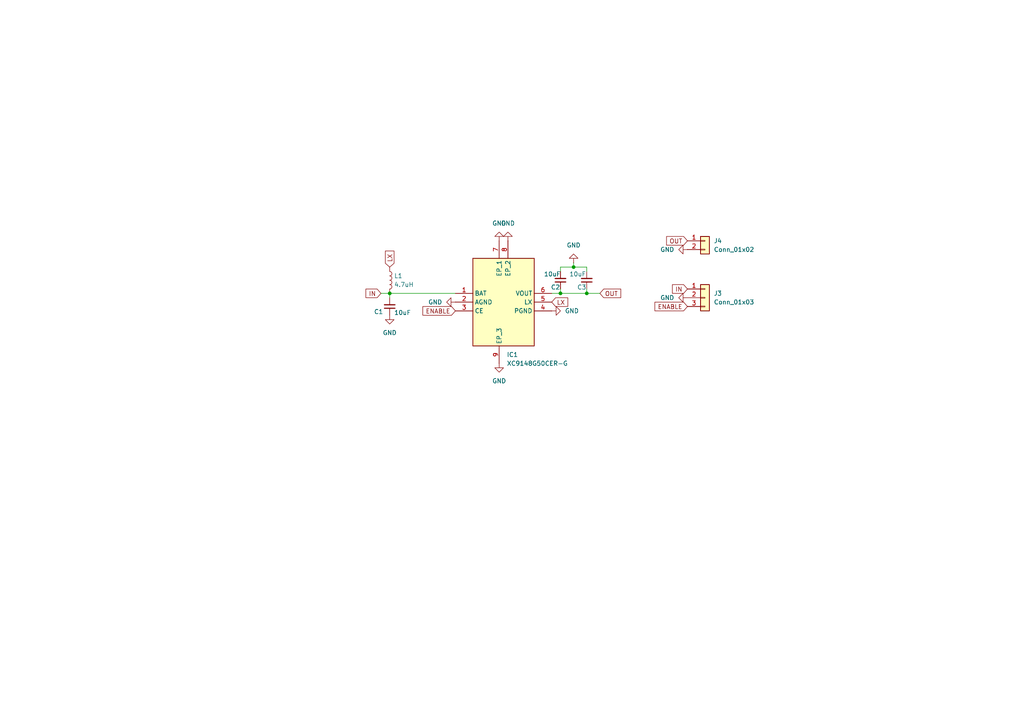
<source format=kicad_sch>
(kicad_sch (version 20231120) (generator "eeschema") (generator_version "8.0")
  (paper "A4")
  (lib_symbols
    (symbol "Connector_Generic:Conn_01x02" (pin_names (offset 1.016) hide)
      (property "Reference" "J" (at 0 2.54 0))
      (property "Value" "Conn_01x02" (at 0 -5.08 0))
      (symbol "Conn_01x02_1_1"
        (rectangle (start -1.27 -2.413) (end 0 -2.667) (stroke (width 0.1524)))
        (rectangle (start -1.27 0.127) (end 0 -0.127) (stroke (width 0.1524)))
        (rectangle (start -1.27 1.27) (end 1.27 -3.81) (stroke (width 0.254)) (fill (type background)))
        (pin passive line (at -5.08 0 0) (length 3.81) (name "Pin_1") (number "1"))
        (pin passive line (at -5.08 -2.54 0) (length 3.81) (name "Pin_2") (number "2"))
      )
    )
    (symbol "Connector_Generic:Conn_01x03" (pin_names (offset 1.016) hide)
      (property "Reference" "J" (at 0 5.08 0))
      (property "Value" "Conn_01x03" (at 0 -5.08 0))
      (symbol "Conn_01x03_1_1"
        (rectangle (start -1.27 -2.413) (end 0 -2.667) (stroke (width 0.1524)))
        (rectangle (start -1.27 0.127) (end 0 -0.127) (stroke (width 0.1524)))
        (rectangle (start -1.27 2.667) (end 0 2.413) (stroke (width 0.1524)))
        (rectangle (start -1.27 3.81) (end 1.27 -3.81) (stroke (width 0.254)) (fill (type background)))
        (pin passive line (at -5.08 2.54 0) (length 3.81) (name "Pin_1") (number "1"))
        (pin passive line (at -5.08 0 0) (length 3.81) (name "Pin_2") (number "2"))
        (pin passive line (at -5.08 -2.54 0) (length 3.81) (name "Pin_3") (number "3"))
      )
    )
    (symbol "Device:C_Small" (pin_numbers hide) (pin_names (offset 0.254) hide)
      (property "Reference" "C" (at 0.254 1.778 0))
      (property "Value" "C_Small" (at 0.254 -2.032 0))
      (symbol "C_Small_0_1"
        (polyline (pts (xy -1.524 -0.508) (xy 1.524 -0.508)) (stroke (width 0.3302)))
        (polyline (pts (xy -1.524 0.508) (xy 1.524 0.508)) (stroke (width 0.3048)))
      )
      (symbol "C_Small_1_1"
        (pin passive line (at 0 2.54 270) (length 2.032) (name "~") (number "1"))
        (pin passive line (at 0 -2.54 90) (length 2.032) (name "~") (number "2"))
      )
    )
    (symbol "Device:L" (pin_numbers hide) (pin_names (offset 1.016) hide)
      (property "Reference" "L" (at -1.27 0 90))
      (property "Value" "L" (at 1.905 0 90))
      (symbol "L_0_1"
        (arc (start 0 -2.54) (mid 0.6323 -1.905) (end 0 -1.27))
        (arc (start 0 -1.27) (mid 0.6323 -0.635) (end 0 0))
        (arc (start 0 0) (mid 0.6323 0.635) (end 0 1.27))
        (arc (start 0 1.27) (mid 0.6323 1.905) (end 0 2.54))
      )
      (symbol "L_1_1"
        (pin passive line (at 0 3.81 270) (length 1.27) (name "1") (number "1"))
        (pin passive line (at 0 -3.81 90) (length 1.27) (name "2") (number "2"))
      )
    )
    (symbol "XC9148G50CER-G:XC9148G50CER-G"
      (property "Reference" "IC" (at 24.13 15.24 0))
      (property "Value" "XC9148G50CER-G" (at 24.13 12.7 0))
      (symbol "XC9148G50CER-G_1_1"
        (rectangle (start 5.08 10.16) (end 22.86 -15.24) (stroke (width 0.254)) (fill (type background)))
        (pin passive line (at 0 0 0) (length 5.08) (name "BAT") (number "1"))
        (pin passive line (at 0 -2.54 0) (length 5.08) (name "AGND") (number "2"))
        (pin passive line (at 0 -5.08 0) (length 5.08) (name "CE") (number "3"))
        (pin passive line (at 27.94 -5.08 180) (length 5.08) (name "PGND") (number "4"))
        (pin passive line (at 27.94 -2.54 180) (length 5.08) (name "LX") (number "5"))
        (pin passive line (at 27.94 0 180) (length 5.08) (name "VOUT") (number "6"))
        (pin passive line (at 12.7 15.24 270) (length 5.08) (name "EP_1") (number "7"))
        (pin passive line (at 15.24 15.24 270) (length 5.08) (name "EP_2") (number "8"))
        (pin passive line (at 12.7 -20.32 90) (length 5.08) (name "EP_3") (number "9"))
      )
    )
    (symbol "power:GND" (power) (pin_numbers hide) (pin_names (offset 0) hide)
      (property "Value" "GND" (at 0 -3.81 0))
      (symbol "GND_0_1"
        (polyline (pts (xy 0 0) (xy 0 -1.27) (xy 1.27 -1.27) (xy 0 -2.54) (xy -1.27 -1.27) (xy 0 -1.27)))
      )
      (symbol "GND_1_1"
        (pin power_in line (at 0 0 270) (length 0) (name "~") (number "1"))
      )
    )
  )
  (junction (at 162.56 85.09))
  (junction (at 166.37 77.47))
  (junction (at 170.18 85.09))
  (junction (at 113.03 85.09))
  (wire (pts (xy 162.56 85.09) (xy 170.18 85.09)))
  (wire (pts (xy 113.03 85.09) (xy 132.08 85.09)))
  (wire (pts (xy 166.37 76.2) (xy 166.37 77.47)))
  (wire (pts (xy 110.49 85.09) (xy 113.03 85.09)))
  (wire (pts (xy 162.56 83.82) (xy 162.56 85.09)))
  (wire (pts (xy 170.18 83.82) (xy 170.18 85.09)))
  (wire (pts (xy 113.03 85.09) (xy 113.03 86.36)))
  (wire (pts (xy 162.56 85.09) (xy 160.02 85.09)))
  (wire (pts (xy 162.56 77.47) (xy 162.56 78.74)))
  (wire (pts (xy 162.56 77.47) (xy 166.37 77.47)))
  (wire (pts (xy 170.18 77.47) (xy 170.18 78.74)))
  (wire (pts (xy 173.99 85.09) (xy 170.18 85.09)))
  (wire (pts (xy 166.37 77.47) (xy 170.18 77.47)))
  (global_label "ENABLE" (shape input) (at 132.08 90.17 180) (property "Intersheetrefs" "${INTERSHEET_REFS}" (effects (hide yes))))
  (global_label "IN" (shape input) (at 199.39 83.82 180) (property "Intersheetrefs" "${INTERSHEET_REFS}" (effects (hide yes))))
  (global_label "LX" (shape input) (at 113.03 77.47 90) (property "Intersheetrefs" "${INTERSHEET_REFS}" (effects (hide yes))))
  (global_label "IN" (shape input) (at 110.49 85.09 180) (property "Intersheetrefs" "${INTERSHEET_REFS}" (effects (hide yes))))
  (global_label "OUT" (shape input) (at 199.39 69.85 180) (property "Intersheetrefs" "${INTERSHEET_REFS}" (effects (hide yes))))
  (global_label "OUT" (shape input) (at 173.99 85.09 0) (property "Intersheetrefs" "${INTERSHEET_REFS}" (effects (hide yes))))
  (global_label "ENABLE" (shape input) (at 199.39 88.9 180) (property "Intersheetrefs" "${INTERSHEET_REFS}" (effects (hide yes))))
  (global_label "LX" (shape input) (at 160.02 87.63 0) (property "Intersheetrefs" "${INTERSHEET_REFS}" (effects (hide yes))))
  (symbol (lib_id "power:GND") (at 147.32 69.85 180) (unit 1)
    (property "Reference" "#PWR03" (effects (hide yes)))
    (property "Value" "GND" (at 147.32 64.77 0))
    (property "Description" "Power symbol creates a global label with name \"GND\" , ground" (effects (hide yes)))
  )
  (symbol (lib_id "Connector_Generic:Conn_01x02") (at 204.47 69.85 0) (unit 1)
    (property "Reference" "J4" (at 207.01 69.8499 0) (effects (justify left)))
    (property "Value" "Conn_01x02" (at 207.01 72.3899 0) (effects (justify left)))
    (property "Footprint" "Connector_PinHeader_2.54mm:PinHeader_1x02_P2.54mm_Vertical" (effects (hide yes)))
    (property "Description" "Generic connector, single row, 01x02, script generated (kicad-library-utils/schlib/autogen/connector/)" (effects (hide yes)))
  )
  (symbol (lib_id "power:GND") (at 160.02 90.17 90) (unit 1)
    (property "Reference" "#PWR05" (effects (hide yes)))
    (property "Value" "GND" (at 163.83 90.1699 90) (effects (justify right)))
    (property "Description" "Power symbol creates a global label with name \"GND\" , ground" (effects (hide yes)))
  )
  (symbol (lib_id "Device:C_Small") (at 170.18 81.28 180) (unit 1)
    (property "Reference" "C3" (at 167.386 83.312 0) (effects (justify right)))
    (property "Value" "10uF" (at 165.1 79.502 0) (effects (justify right)))
    (property "Footprint" "Capacitor_SMD:C_0603_1608Metric_Pad1.08x0.95mm_HandSolder" (effects (hide yes)))
    (property "Description" "Unpolarized capacitor, small symbol" (effects (hide yes)))
  )
  (symbol (lib_id "power:GND") (at 144.78 105.41 0) (unit 1)
    (property "Reference" "#PWR01" (effects (hide yes)))
    (property "Value" "GND" (at 144.78 110.49 0))
    (property "Description" "Power symbol creates a global label with name \"GND\" , ground" (effects (hide yes)))
  )
  (symbol (lib_id "Device:C_Small") (at 113.03 88.9 180) (unit 1)
    (property "Reference" "C1" (at 108.458 90.424 0) (effects (justify right)))
    (property "Value" "10uF" (at 114.3 90.678 0) (effects (justify right)))
    (property "Footprint" "Capacitor_SMD:C_0603_1608Metric_Pad1.08x0.95mm_HandSolder" (effects (hide yes)))
    (property "Description" "Unpolarized capacitor, small symbol" (effects (hide yes)))
  )
  (symbol (lib_id "power:GND") (at 132.08 87.63 270) (unit 1)
    (property "Reference" "#PWR04" (effects (hide yes)))
    (property "Value" "GND" (at 128.27 87.6299 90) (effects (justify right)))
    (property "Description" "Power symbol creates a global label with name \"GND\" , ground" (effects (hide yes)))
  )
  (symbol (lib_id "power:GND") (at 199.39 72.39 270) (unit 1)
    (property "Reference" "#PWR010" (effects (hide yes)))
    (property "Value" "GND" (at 195.58 72.3899 90) (effects (justify right)))
    (property "Description" "Power symbol creates a global label with name \"GND\" , ground" (effects (hide yes)))
  )
  (symbol (lib_id "XC9148G50CER-G:XC9148G50CER-G") (at 132.08 85.09 0) (unit 1)
    (property "Reference" "IC1" (at 146.9741 102.87 0) (effects (justify left)))
    (property "Value" "XC9148G50CER-G" (at 146.9741 105.41 0) (effects (justify left)))
    (property "Footprint" "XC9148G50CER-G:XC9147_8_USP-6C" (effects (hide yes)))
    (property "Datasheet" "https://www.torex.co.jp/file/xc9147/xc9147.pdf" (effects (hide yes)))
    (property "Description" "Highly functionality, 1.4A Step-up DC/DC Converters, USP-6C" (effects (hide yes)))
    (property "Height" "0.6" (effects (hide yes)))
    (property "Manufacturer_Name" "Torex" (effects (hide yes)))
    (property "Manufacturer_Part_Number" "XC9148G50CER-G" (effects (hide yes)))
    (property "Mouser Part Number" "865-XC9148G50CER-G" (effects (hide yes)))
    (property "Mouser Price/Stock" "https://www.mouser.co.uk/ProductDetail/Torex-Semiconductor/XC9148G50CER-G?qs=Znm5pLBrcAIVdHP1hm3K%2FA%3D%3D" (effects (hide yes)))
  )
  (symbol (lib_id "power:GND") (at 199.39 86.36 270) (unit 1)
    (property "Reference" "#PWR07" (effects (hide yes)))
    (property "Value" "GND" (at 195.58 86.3599 90) (effects (justify right)))
    (property "Description" "Power symbol creates a global label with name \"GND\" , ground" (effects (hide yes)))
  )
  (symbol (lib_id "Device:C_Small") (at 162.56 81.28 180) (unit 1)
    (property "Reference" "C2" (at 159.766 83.312 0) (effects (justify right)))
    (property "Value" "10uF" (at 157.734 79.502 0) (effects (justify right)))
    (property "Footprint" "Capacitor_SMD:C_0603_1608Metric_Pad1.08x0.95mm_HandSolder" (effects (hide yes)))
    (property "Description" "Unpolarized capacitor, small symbol" (effects (hide yes)))
  )
  (symbol (lib_id "Connector_Generic:Conn_01x03") (at 204.47 86.36 0) (unit 1)
    (property "Reference" "J3" (at 207.01 85.0899 0) (effects (justify left)))
    (property "Value" "Conn_01x03" (at 207.01 87.6299 0) (effects (justify left)))
    (property "Footprint" "Connector_PinHeader_2.54mm:PinHeader_1x03_P2.54mm_Vertical" (effects (hide yes)))
    (property "Description" "Generic connector, single row, 01x03, script generated (kicad-library-utils/schlib/autogen/connector/)" (effects (hide yes)))
  )
  (symbol (lib_id "power:GND") (at 113.03 91.44 0) (unit 1)
    (property "Reference" "#PWR08" (effects (hide yes)))
    (property "Value" "GND" (at 113.03 96.52 0))
    (property "Description" "Power symbol creates a global label with name \"GND\" , ground" (effects (hide yes)))
  )
  (symbol (lib_id "Device:L") (at 113.03 81.28 0) (unit 1)
    (property "Reference" "L1" (at 114.3 80.0099 0) (effects (justify left)))
    (property "Value" "4.7uH" (at 114.3 82.5499 0) (effects (justify left)))
    (property "Footprint" "Inductor_SMD:L_1008_2520Metric_Pad1.43x2.20mm_HandSolder" (effects (hide yes)))
    (property "Description" "Inductor" (effects (hide yes)))
  )
  (symbol (lib_id "power:GND") (at 144.78 69.85 180) (unit 1)
    (property "Reference" "#PWR02" (effects (hide yes)))
    (property "Value" "GND" (at 144.78 64.77 0))
    (property "Description" "Power symbol creates a global label with name \"GND\" , ground" (effects (hide yes)))
  )
  (symbol (lib_id "power:GND") (at 166.37 76.2 180) (unit 1)
    (property "Reference" "#PWR09" (effects (hide yes)))
    (property "Value" "GND" (at 166.37 71.12 0))
    (property "Description" "Power symbol creates a global label with name \"GND\" , ground" (effects (hide yes)))
  )
)
</source>
